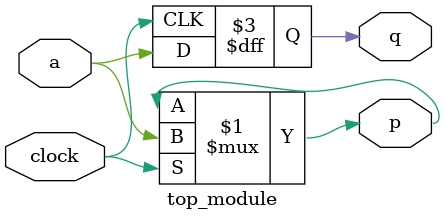
<source format=v>
module top_module (
    input clock,
    input a,
    output p,
    output q );

    assign p = clock ? a : p;
    always@(negedge clock)
        q <= a;
endmodule

</source>
